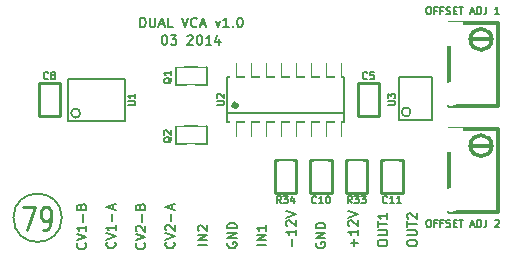
<source format=gto>
%FSLAX34Y34*%
G04 Gerber Fmt 3.4, Leading zero omitted, Abs format*
G04 (created by PCBNEW (2014-02-02 BZR 4653)-product) date 2014-03-02 10:39:36 PM*
%MOIN*%
G01*
G70*
G90*
G04 APERTURE LIST*
%ADD10C,0.005906*%
%ADD11C,0.007874*%
%ADD12C,0.009843*%
%ADD13C,0.006000*%
%ADD14C,0.005000*%
%ADD15C,0.015000*%
%ADD16C,0.002600*%
%ADD17C,0.008000*%
%ADD18C,0.010000*%
%ADD19C,0.011811*%
%ADD20R,0.011800X0.051200*%
%ADD21R,0.027600X0.039400*%
%ADD22R,0.023600X0.086600*%
%ADD23R,0.045000X0.032000*%
%ADD24C,0.078700*%
%ADD25R,0.078700X0.078700*%
G04 APERTURE END LIST*
G54D10*
G54D11*
X23248Y-47244D02*
G75*
G03X23248Y-47244I-807J0D01*
G74*
G01*
G54D12*
X21962Y-46871D02*
X22356Y-46871D01*
X22103Y-47659D01*
X22609Y-47659D02*
X22722Y-47659D01*
X22778Y-47621D01*
X22806Y-47584D01*
X22862Y-47471D01*
X22890Y-47321D01*
X22890Y-47021D01*
X22862Y-46946D01*
X22834Y-46909D01*
X22778Y-46871D01*
X22665Y-46871D01*
X22609Y-46909D01*
X22581Y-46946D01*
X22553Y-47021D01*
X22553Y-47209D01*
X22581Y-47284D01*
X22609Y-47321D01*
X22665Y-47359D01*
X22778Y-47359D01*
X22834Y-47321D01*
X22862Y-47284D01*
X22890Y-47209D01*
G54D13*
X31729Y-48078D02*
X31714Y-48108D01*
X31714Y-48154D01*
X31729Y-48200D01*
X31760Y-48230D01*
X31790Y-48246D01*
X31851Y-48261D01*
X31897Y-48261D01*
X31958Y-48246D01*
X31988Y-48230D01*
X32019Y-48200D01*
X32034Y-48154D01*
X32034Y-48124D01*
X32019Y-48078D01*
X32004Y-48063D01*
X31897Y-48063D01*
X31897Y-48124D01*
X32034Y-47926D02*
X31714Y-47926D01*
X32034Y-47743D01*
X31714Y-47743D01*
X32034Y-47590D02*
X31714Y-47590D01*
X31714Y-47514D01*
X31729Y-47468D01*
X31760Y-47438D01*
X31790Y-47423D01*
X31851Y-47407D01*
X31897Y-47407D01*
X31958Y-47423D01*
X31988Y-47438D01*
X32019Y-47468D01*
X32034Y-47514D01*
X32034Y-47590D01*
X28777Y-48078D02*
X28761Y-48108D01*
X28761Y-48154D01*
X28777Y-48200D01*
X28807Y-48230D01*
X28837Y-48246D01*
X28898Y-48261D01*
X28944Y-48261D01*
X29005Y-48246D01*
X29036Y-48230D01*
X29066Y-48200D01*
X29081Y-48154D01*
X29081Y-48124D01*
X29066Y-48078D01*
X29051Y-48063D01*
X28944Y-48063D01*
X28944Y-48124D01*
X29081Y-47926D02*
X28761Y-47926D01*
X29081Y-47743D01*
X28761Y-47743D01*
X29081Y-47590D02*
X28761Y-47590D01*
X28761Y-47514D01*
X28777Y-47468D01*
X28807Y-47438D01*
X28837Y-47423D01*
X28898Y-47407D01*
X28944Y-47407D01*
X29005Y-47423D01*
X29036Y-47438D01*
X29066Y-47468D01*
X29081Y-47514D01*
X29081Y-47590D01*
X30928Y-48201D02*
X30928Y-47957D01*
X31050Y-47637D02*
X31050Y-47820D01*
X31050Y-47729D02*
X30730Y-47729D01*
X30775Y-47759D01*
X30806Y-47790D01*
X30821Y-47820D01*
X30760Y-47515D02*
X30745Y-47500D01*
X30730Y-47470D01*
X30730Y-47393D01*
X30745Y-47363D01*
X30760Y-47348D01*
X30791Y-47333D01*
X30821Y-47333D01*
X30867Y-47348D01*
X31050Y-47531D01*
X31050Y-47333D01*
X30730Y-47241D02*
X31050Y-47134D01*
X30730Y-47028D01*
X32995Y-48201D02*
X32995Y-47957D01*
X33117Y-48079D02*
X32873Y-48079D01*
X33117Y-47637D02*
X33117Y-47820D01*
X33117Y-47729D02*
X32797Y-47729D01*
X32842Y-47759D01*
X32873Y-47790D01*
X32888Y-47820D01*
X32827Y-47515D02*
X32812Y-47500D01*
X32797Y-47470D01*
X32797Y-47393D01*
X32812Y-47363D01*
X32827Y-47348D01*
X32858Y-47333D01*
X32888Y-47333D01*
X32934Y-47348D01*
X33117Y-47531D01*
X33117Y-47333D01*
X32797Y-47241D02*
X33117Y-47134D01*
X32797Y-47028D01*
X33781Y-48110D02*
X33781Y-48049D01*
X33796Y-48018D01*
X33827Y-47988D01*
X33888Y-47973D01*
X33994Y-47973D01*
X34055Y-47988D01*
X34086Y-48018D01*
X34101Y-48049D01*
X34101Y-48110D01*
X34086Y-48140D01*
X34055Y-48171D01*
X33994Y-48186D01*
X33888Y-48186D01*
X33827Y-48171D01*
X33796Y-48140D01*
X33781Y-48110D01*
X33781Y-47835D02*
X34040Y-47835D01*
X34070Y-47820D01*
X34086Y-47805D01*
X34101Y-47774D01*
X34101Y-47713D01*
X34086Y-47683D01*
X34070Y-47668D01*
X34040Y-47653D01*
X33781Y-47653D01*
X33781Y-47546D02*
X33781Y-47363D01*
X34101Y-47454D02*
X33781Y-47454D01*
X34101Y-47089D02*
X34101Y-47272D01*
X34101Y-47180D02*
X33781Y-47180D01*
X33827Y-47211D01*
X33857Y-47241D01*
X33872Y-47272D01*
X34765Y-48110D02*
X34765Y-48049D01*
X34780Y-48018D01*
X34811Y-47988D01*
X34872Y-47973D01*
X34979Y-47973D01*
X35039Y-47988D01*
X35070Y-48018D01*
X35085Y-48049D01*
X35085Y-48110D01*
X35070Y-48140D01*
X35039Y-48171D01*
X34979Y-48186D01*
X34872Y-48186D01*
X34811Y-48171D01*
X34780Y-48140D01*
X34765Y-48110D01*
X34765Y-47835D02*
X35024Y-47835D01*
X35055Y-47820D01*
X35070Y-47805D01*
X35085Y-47774D01*
X35085Y-47713D01*
X35070Y-47683D01*
X35055Y-47668D01*
X35024Y-47653D01*
X34765Y-47653D01*
X34765Y-47546D02*
X34765Y-47363D01*
X35085Y-47454D02*
X34765Y-47454D01*
X34796Y-47272D02*
X34780Y-47256D01*
X34765Y-47226D01*
X34765Y-47150D01*
X34780Y-47119D01*
X34796Y-47104D01*
X34826Y-47089D01*
X34857Y-47089D01*
X34902Y-47104D01*
X35085Y-47287D01*
X35085Y-47089D01*
X30066Y-48154D02*
X29746Y-48154D01*
X30066Y-48002D02*
X29746Y-48002D01*
X30066Y-47819D01*
X29746Y-47819D01*
X30066Y-47499D02*
X30066Y-47682D01*
X30066Y-47590D02*
X29746Y-47590D01*
X29791Y-47621D01*
X29822Y-47651D01*
X29837Y-47682D01*
X28097Y-48154D02*
X27777Y-48154D01*
X28097Y-48002D02*
X27777Y-48002D01*
X28097Y-47819D01*
X27777Y-47819D01*
X27807Y-47682D02*
X27792Y-47667D01*
X27777Y-47636D01*
X27777Y-47560D01*
X27792Y-47529D01*
X27807Y-47514D01*
X27838Y-47499D01*
X27868Y-47499D01*
X27914Y-47514D01*
X28097Y-47697D01*
X28097Y-47499D01*
X26984Y-48065D02*
X26999Y-48080D01*
X27014Y-48126D01*
X27014Y-48156D01*
X26999Y-48202D01*
X26969Y-48232D01*
X26938Y-48247D01*
X26877Y-48263D01*
X26831Y-48263D01*
X26771Y-48247D01*
X26740Y-48232D01*
X26710Y-48202D01*
X26694Y-48156D01*
X26694Y-48126D01*
X26710Y-48080D01*
X26725Y-48065D01*
X26694Y-47973D02*
X27014Y-47866D01*
X26694Y-47760D01*
X26725Y-47668D02*
X26710Y-47653D01*
X26694Y-47623D01*
X26694Y-47546D01*
X26710Y-47516D01*
X26725Y-47501D01*
X26755Y-47486D01*
X26786Y-47486D01*
X26831Y-47501D01*
X27014Y-47684D01*
X27014Y-47486D01*
X26892Y-47348D02*
X26892Y-47105D01*
X26923Y-46967D02*
X26923Y-46815D01*
X27014Y-46998D02*
X26694Y-46891D01*
X27014Y-46785D01*
X26000Y-48087D02*
X26015Y-48103D01*
X26030Y-48148D01*
X26030Y-48179D01*
X26015Y-48225D01*
X25984Y-48255D01*
X25954Y-48270D01*
X25893Y-48286D01*
X25847Y-48286D01*
X25786Y-48270D01*
X25756Y-48255D01*
X25725Y-48225D01*
X25710Y-48179D01*
X25710Y-48148D01*
X25725Y-48103D01*
X25741Y-48087D01*
X25710Y-47996D02*
X26030Y-47889D01*
X25710Y-47783D01*
X25741Y-47691D02*
X25725Y-47676D01*
X25710Y-47646D01*
X25710Y-47569D01*
X25725Y-47539D01*
X25741Y-47524D01*
X25771Y-47508D01*
X25802Y-47508D01*
X25847Y-47524D01*
X26030Y-47706D01*
X26030Y-47508D01*
X25908Y-47371D02*
X25908Y-47127D01*
X25862Y-46868D02*
X25878Y-46823D01*
X25893Y-46807D01*
X25923Y-46792D01*
X25969Y-46792D01*
X26000Y-46807D01*
X26015Y-46823D01*
X26030Y-46853D01*
X26030Y-46975D01*
X25710Y-46975D01*
X25710Y-46868D01*
X25725Y-46838D01*
X25741Y-46823D01*
X25771Y-46807D01*
X25802Y-46807D01*
X25832Y-46823D01*
X25847Y-46838D01*
X25862Y-46868D01*
X25862Y-46975D01*
X25015Y-48065D02*
X25031Y-48080D01*
X25046Y-48126D01*
X25046Y-48156D01*
X25031Y-48202D01*
X25000Y-48232D01*
X24970Y-48247D01*
X24909Y-48263D01*
X24863Y-48263D01*
X24802Y-48247D01*
X24772Y-48232D01*
X24741Y-48202D01*
X24726Y-48156D01*
X24726Y-48126D01*
X24741Y-48080D01*
X24756Y-48065D01*
X24726Y-47973D02*
X25046Y-47866D01*
X24726Y-47760D01*
X25046Y-47486D02*
X25046Y-47668D01*
X25046Y-47577D02*
X24726Y-47577D01*
X24772Y-47607D01*
X24802Y-47638D01*
X24817Y-47668D01*
X24924Y-47348D02*
X24924Y-47105D01*
X24954Y-46967D02*
X24954Y-46815D01*
X25046Y-46998D02*
X24726Y-46891D01*
X25046Y-46785D01*
X24031Y-48087D02*
X24046Y-48103D01*
X24062Y-48148D01*
X24062Y-48179D01*
X24046Y-48225D01*
X24016Y-48255D01*
X23985Y-48270D01*
X23924Y-48286D01*
X23879Y-48286D01*
X23818Y-48270D01*
X23787Y-48255D01*
X23757Y-48225D01*
X23742Y-48179D01*
X23742Y-48148D01*
X23757Y-48103D01*
X23772Y-48087D01*
X23742Y-47996D02*
X24062Y-47889D01*
X23742Y-47783D01*
X24062Y-47508D02*
X24062Y-47691D01*
X24062Y-47600D02*
X23742Y-47600D01*
X23787Y-47630D01*
X23818Y-47661D01*
X23833Y-47691D01*
X23940Y-47371D02*
X23940Y-47127D01*
X23894Y-46868D02*
X23909Y-46823D01*
X23924Y-46807D01*
X23955Y-46792D01*
X24001Y-46792D01*
X24031Y-46807D01*
X24046Y-46823D01*
X24062Y-46853D01*
X24062Y-46975D01*
X23742Y-46975D01*
X23742Y-46868D01*
X23757Y-46838D01*
X23772Y-46823D01*
X23803Y-46807D01*
X23833Y-46807D01*
X23863Y-46823D01*
X23879Y-46838D01*
X23894Y-46868D01*
X23894Y-46975D01*
X26660Y-41163D02*
X26690Y-41163D01*
X26720Y-41178D01*
X26736Y-41193D01*
X26751Y-41224D01*
X26766Y-41285D01*
X26766Y-41361D01*
X26751Y-41422D01*
X26736Y-41452D01*
X26720Y-41468D01*
X26690Y-41483D01*
X26660Y-41483D01*
X26629Y-41468D01*
X26614Y-41452D01*
X26599Y-41422D01*
X26583Y-41361D01*
X26583Y-41285D01*
X26599Y-41224D01*
X26614Y-41193D01*
X26629Y-41178D01*
X26660Y-41163D01*
X26873Y-41163D02*
X27071Y-41163D01*
X26964Y-41285D01*
X27010Y-41285D01*
X27040Y-41300D01*
X27056Y-41315D01*
X27071Y-41346D01*
X27071Y-41422D01*
X27056Y-41452D01*
X27040Y-41468D01*
X27010Y-41483D01*
X26919Y-41483D01*
X26888Y-41468D01*
X26873Y-41452D01*
X27437Y-41193D02*
X27452Y-41178D01*
X27482Y-41163D01*
X27559Y-41163D01*
X27589Y-41178D01*
X27604Y-41193D01*
X27620Y-41224D01*
X27620Y-41254D01*
X27604Y-41300D01*
X27421Y-41483D01*
X27620Y-41483D01*
X27818Y-41163D02*
X27848Y-41163D01*
X27879Y-41178D01*
X27894Y-41193D01*
X27909Y-41224D01*
X27924Y-41285D01*
X27924Y-41361D01*
X27909Y-41422D01*
X27894Y-41452D01*
X27879Y-41468D01*
X27848Y-41483D01*
X27818Y-41483D01*
X27787Y-41468D01*
X27772Y-41452D01*
X27757Y-41422D01*
X27741Y-41361D01*
X27741Y-41285D01*
X27757Y-41224D01*
X27772Y-41193D01*
X27787Y-41178D01*
X27818Y-41163D01*
X28229Y-41483D02*
X28046Y-41483D01*
X28138Y-41483D02*
X28138Y-41163D01*
X28107Y-41209D01*
X28077Y-41239D01*
X28046Y-41254D01*
X28503Y-41270D02*
X28503Y-41483D01*
X28427Y-41148D02*
X28351Y-41376D01*
X28549Y-41376D01*
X25860Y-40892D02*
X25860Y-40572D01*
X25936Y-40572D01*
X25981Y-40588D01*
X26012Y-40618D01*
X26027Y-40648D01*
X26042Y-40709D01*
X26042Y-40755D01*
X26027Y-40816D01*
X26012Y-40847D01*
X25981Y-40877D01*
X25936Y-40892D01*
X25860Y-40892D01*
X26180Y-40572D02*
X26180Y-40831D01*
X26195Y-40862D01*
X26210Y-40877D01*
X26240Y-40892D01*
X26301Y-40892D01*
X26332Y-40877D01*
X26347Y-40862D01*
X26362Y-40831D01*
X26362Y-40572D01*
X26500Y-40801D02*
X26652Y-40801D01*
X26469Y-40892D02*
X26576Y-40572D01*
X26682Y-40892D01*
X26941Y-40892D02*
X26789Y-40892D01*
X26789Y-40572D01*
X27246Y-40572D02*
X27353Y-40892D01*
X27460Y-40572D01*
X27749Y-40862D02*
X27734Y-40877D01*
X27688Y-40892D01*
X27658Y-40892D01*
X27612Y-40877D01*
X27581Y-40847D01*
X27566Y-40816D01*
X27551Y-40755D01*
X27551Y-40709D01*
X27566Y-40648D01*
X27581Y-40618D01*
X27612Y-40588D01*
X27658Y-40572D01*
X27688Y-40572D01*
X27734Y-40588D01*
X27749Y-40603D01*
X27871Y-40801D02*
X28023Y-40801D01*
X27840Y-40892D02*
X27947Y-40572D01*
X28054Y-40892D01*
X28374Y-40679D02*
X28450Y-40892D01*
X28526Y-40679D01*
X28816Y-40892D02*
X28633Y-40892D01*
X28724Y-40892D02*
X28724Y-40572D01*
X28694Y-40618D01*
X28663Y-40648D01*
X28633Y-40664D01*
X28953Y-40862D02*
X28968Y-40877D01*
X28953Y-40892D01*
X28938Y-40877D01*
X28953Y-40862D01*
X28953Y-40892D01*
X29166Y-40572D02*
X29197Y-40572D01*
X29227Y-40588D01*
X29242Y-40603D01*
X29258Y-40633D01*
X29273Y-40694D01*
X29273Y-40770D01*
X29258Y-40831D01*
X29242Y-40862D01*
X29227Y-40877D01*
X29197Y-40892D01*
X29166Y-40892D01*
X29136Y-40877D01*
X29120Y-40862D01*
X29105Y-40831D01*
X29090Y-40770D01*
X29090Y-40694D01*
X29105Y-40633D01*
X29120Y-40603D01*
X29136Y-40588D01*
X29166Y-40572D01*
X35459Y-47309D02*
X35505Y-47309D01*
X35528Y-47320D01*
X35551Y-47343D01*
X35562Y-47389D01*
X35562Y-47469D01*
X35551Y-47515D01*
X35528Y-47538D01*
X35505Y-47549D01*
X35459Y-47549D01*
X35437Y-47538D01*
X35414Y-47515D01*
X35402Y-47469D01*
X35402Y-47389D01*
X35414Y-47343D01*
X35437Y-47320D01*
X35459Y-47309D01*
X35745Y-47423D02*
X35665Y-47423D01*
X35665Y-47549D02*
X35665Y-47309D01*
X35779Y-47309D01*
X35951Y-47423D02*
X35871Y-47423D01*
X35871Y-47549D02*
X35871Y-47309D01*
X35985Y-47309D01*
X36065Y-47538D02*
X36099Y-47549D01*
X36157Y-47549D01*
X36179Y-47538D01*
X36191Y-47526D01*
X36202Y-47503D01*
X36202Y-47480D01*
X36191Y-47458D01*
X36179Y-47446D01*
X36157Y-47435D01*
X36111Y-47423D01*
X36088Y-47412D01*
X36077Y-47400D01*
X36065Y-47378D01*
X36065Y-47355D01*
X36077Y-47332D01*
X36088Y-47320D01*
X36111Y-47309D01*
X36168Y-47309D01*
X36202Y-47320D01*
X36305Y-47423D02*
X36385Y-47423D01*
X36419Y-47549D02*
X36305Y-47549D01*
X36305Y-47309D01*
X36419Y-47309D01*
X36488Y-47309D02*
X36625Y-47309D01*
X36557Y-47549D02*
X36557Y-47309D01*
X36877Y-47480D02*
X36991Y-47480D01*
X36854Y-47549D02*
X36934Y-47309D01*
X37014Y-47549D01*
X37094Y-47549D02*
X37094Y-47309D01*
X37151Y-47309D01*
X37185Y-47320D01*
X37208Y-47343D01*
X37219Y-47366D01*
X37231Y-47412D01*
X37231Y-47446D01*
X37219Y-47492D01*
X37208Y-47515D01*
X37185Y-47538D01*
X37151Y-47549D01*
X37094Y-47549D01*
X37402Y-47309D02*
X37402Y-47480D01*
X37391Y-47515D01*
X37368Y-47538D01*
X37334Y-47549D01*
X37311Y-47549D01*
X37688Y-47332D02*
X37699Y-47320D01*
X37722Y-47309D01*
X37779Y-47309D01*
X37802Y-47320D01*
X37814Y-47332D01*
X37825Y-47355D01*
X37825Y-47378D01*
X37814Y-47412D01*
X37677Y-47549D01*
X37825Y-47549D01*
X35459Y-40222D02*
X35505Y-40222D01*
X35528Y-40234D01*
X35551Y-40257D01*
X35562Y-40302D01*
X35562Y-40382D01*
X35551Y-40428D01*
X35528Y-40451D01*
X35505Y-40462D01*
X35459Y-40462D01*
X35437Y-40451D01*
X35414Y-40428D01*
X35402Y-40382D01*
X35402Y-40302D01*
X35414Y-40257D01*
X35437Y-40234D01*
X35459Y-40222D01*
X35745Y-40337D02*
X35665Y-40337D01*
X35665Y-40462D02*
X35665Y-40222D01*
X35779Y-40222D01*
X35951Y-40337D02*
X35871Y-40337D01*
X35871Y-40462D02*
X35871Y-40222D01*
X35985Y-40222D01*
X36065Y-40451D02*
X36099Y-40462D01*
X36157Y-40462D01*
X36179Y-40451D01*
X36191Y-40440D01*
X36202Y-40417D01*
X36202Y-40394D01*
X36191Y-40371D01*
X36179Y-40360D01*
X36157Y-40348D01*
X36111Y-40337D01*
X36088Y-40325D01*
X36077Y-40314D01*
X36065Y-40291D01*
X36065Y-40268D01*
X36077Y-40245D01*
X36088Y-40234D01*
X36111Y-40222D01*
X36168Y-40222D01*
X36202Y-40234D01*
X36305Y-40337D02*
X36385Y-40337D01*
X36419Y-40462D02*
X36305Y-40462D01*
X36305Y-40222D01*
X36419Y-40222D01*
X36488Y-40222D02*
X36625Y-40222D01*
X36557Y-40462D02*
X36557Y-40222D01*
X36877Y-40394D02*
X36991Y-40394D01*
X36854Y-40462D02*
X36934Y-40222D01*
X37014Y-40462D01*
X37094Y-40462D02*
X37094Y-40222D01*
X37151Y-40222D01*
X37185Y-40234D01*
X37208Y-40257D01*
X37219Y-40280D01*
X37231Y-40325D01*
X37231Y-40360D01*
X37219Y-40405D01*
X37208Y-40428D01*
X37185Y-40451D01*
X37151Y-40462D01*
X37094Y-40462D01*
X37402Y-40222D02*
X37402Y-40394D01*
X37391Y-40428D01*
X37368Y-40451D01*
X37334Y-40462D01*
X37311Y-40462D01*
X37825Y-40462D02*
X37688Y-40462D01*
X37757Y-40462D02*
X37757Y-40222D01*
X37734Y-40257D01*
X37711Y-40280D01*
X37688Y-40291D01*
G54D11*
X34476Y-42559D02*
X35602Y-42559D01*
X35602Y-42559D02*
X35602Y-43976D01*
X35602Y-43976D02*
X34476Y-43976D01*
X34473Y-43967D02*
X34473Y-42567D01*
X34873Y-43717D02*
G75*
G03X34873Y-43717I-150J0D01*
G74*
G01*
G54D14*
X27059Y-44188D02*
X28084Y-44188D01*
X28084Y-44188D02*
X28084Y-44788D01*
X28084Y-44788D02*
X27059Y-44788D01*
X27059Y-44788D02*
X27059Y-44188D01*
X27059Y-42219D02*
X28084Y-42219D01*
X28084Y-42219D02*
X28084Y-42819D01*
X28084Y-42819D02*
X27059Y-42819D01*
X27059Y-42819D02*
X27059Y-42219D01*
G54D15*
X29071Y-43503D02*
G75*
G03X29071Y-43503I-55J0D01*
G74*
G01*
G54D16*
X28862Y-44527D02*
X29055Y-44527D01*
X29055Y-44527D02*
X29055Y-44094D01*
X28862Y-44094D02*
X29055Y-44094D01*
X28862Y-44527D02*
X28862Y-44094D01*
X29362Y-44527D02*
X29555Y-44527D01*
X29555Y-44527D02*
X29555Y-44094D01*
X29362Y-44094D02*
X29555Y-44094D01*
X29362Y-44527D02*
X29362Y-44094D01*
X29862Y-44527D02*
X30055Y-44527D01*
X30055Y-44527D02*
X30055Y-44094D01*
X29862Y-44094D02*
X30055Y-44094D01*
X29862Y-44527D02*
X29862Y-44094D01*
X30362Y-44527D02*
X30555Y-44527D01*
X30555Y-44527D02*
X30555Y-44094D01*
X30362Y-44094D02*
X30555Y-44094D01*
X30362Y-44527D02*
X30362Y-44094D01*
X31361Y-42520D02*
X31554Y-42520D01*
X31554Y-42520D02*
X31554Y-42087D01*
X31361Y-42087D02*
X31554Y-42087D01*
X31361Y-42520D02*
X31361Y-42087D01*
X30861Y-42520D02*
X31054Y-42520D01*
X31054Y-42520D02*
X31054Y-42087D01*
X30861Y-42087D02*
X31054Y-42087D01*
X30861Y-42520D02*
X30861Y-42087D01*
X30362Y-42520D02*
X30555Y-42520D01*
X30555Y-42520D02*
X30555Y-42087D01*
X30362Y-42087D02*
X30555Y-42087D01*
X30362Y-42520D02*
X30362Y-42087D01*
X29862Y-42520D02*
X30055Y-42520D01*
X30055Y-42520D02*
X30055Y-42087D01*
X29862Y-42087D02*
X30055Y-42087D01*
X29862Y-42520D02*
X29862Y-42087D01*
X30861Y-44527D02*
X31054Y-44527D01*
X31054Y-44527D02*
X31054Y-44094D01*
X30861Y-44094D02*
X31054Y-44094D01*
X30861Y-44527D02*
X30861Y-44094D01*
X31361Y-44527D02*
X31554Y-44527D01*
X31554Y-44527D02*
X31554Y-44094D01*
X31361Y-44094D02*
X31554Y-44094D01*
X31361Y-44527D02*
X31361Y-44094D01*
X31861Y-44527D02*
X32054Y-44527D01*
X32054Y-44527D02*
X32054Y-44094D01*
X31861Y-44094D02*
X32054Y-44094D01*
X31861Y-44527D02*
X31861Y-44094D01*
X32361Y-44527D02*
X32554Y-44527D01*
X32554Y-44527D02*
X32554Y-44094D01*
X32361Y-44094D02*
X32554Y-44094D01*
X32361Y-44527D02*
X32361Y-44094D01*
X32361Y-42520D02*
X32554Y-42520D01*
X32554Y-42520D02*
X32554Y-42087D01*
X32361Y-42087D02*
X32554Y-42087D01*
X32361Y-42520D02*
X32361Y-42087D01*
X31861Y-42520D02*
X32054Y-42520D01*
X32054Y-42520D02*
X32054Y-42087D01*
X31861Y-42087D02*
X32054Y-42087D01*
X31861Y-42520D02*
X31861Y-42087D01*
X29362Y-42520D02*
X29555Y-42520D01*
X29555Y-42520D02*
X29555Y-42087D01*
X29362Y-42087D02*
X29555Y-42087D01*
X29362Y-42520D02*
X29362Y-42087D01*
X28862Y-42520D02*
X29055Y-42520D01*
X29055Y-42520D02*
X29055Y-42087D01*
X28862Y-42087D02*
X29055Y-42087D01*
X28862Y-42520D02*
X28862Y-42087D01*
G54D17*
X32652Y-44055D02*
X28764Y-44055D01*
X28764Y-44055D02*
X28764Y-43858D01*
X28764Y-43858D02*
X28764Y-42559D01*
X28764Y-42559D02*
X32652Y-42559D01*
X32652Y-43759D02*
X28764Y-43759D01*
X32652Y-42559D02*
X32652Y-43858D01*
X32652Y-43858D02*
X32652Y-44055D01*
G54D18*
X33110Y-42755D02*
X33110Y-43858D01*
X33110Y-43858D02*
X33818Y-43858D01*
X33818Y-43858D02*
X33818Y-42755D01*
X33818Y-42755D02*
X33110Y-42755D01*
X32244Y-46417D02*
X32244Y-45314D01*
X32244Y-45314D02*
X31535Y-45314D01*
X31535Y-45314D02*
X31535Y-46417D01*
X31535Y-46417D02*
X32244Y-46417D01*
X33897Y-45314D02*
X33897Y-46417D01*
X33897Y-46417D02*
X34606Y-46417D01*
X34606Y-46417D02*
X34606Y-45314D01*
X34606Y-45314D02*
X33897Y-45314D01*
X32716Y-45314D02*
X32716Y-46417D01*
X32716Y-46417D02*
X33425Y-46417D01*
X33425Y-46417D02*
X33425Y-45314D01*
X33425Y-45314D02*
X32716Y-45314D01*
X30354Y-45314D02*
X30354Y-46417D01*
X30354Y-46417D02*
X31062Y-46417D01*
X31062Y-46417D02*
X31062Y-45314D01*
X31062Y-45314D02*
X30354Y-45314D01*
X23188Y-43858D02*
X23188Y-42755D01*
X23188Y-42755D02*
X22480Y-42755D01*
X22480Y-42755D02*
X22480Y-43858D01*
X22480Y-43858D02*
X23188Y-43858D01*
G54D19*
X37578Y-41299D02*
X36870Y-41299D01*
X37578Y-41299D02*
G75*
G03X37578Y-41299I-354J0D01*
G74*
G01*
X37795Y-43503D02*
X37795Y-40748D01*
X37795Y-40748D02*
X36141Y-40748D01*
X36141Y-43503D02*
X37795Y-43503D01*
X36141Y-43503D02*
X36141Y-40748D01*
X37578Y-44842D02*
X36870Y-44842D01*
X37578Y-44842D02*
G75*
G03X37578Y-44842I-354J0D01*
G74*
G01*
X37795Y-47047D02*
X37795Y-44291D01*
X37795Y-44291D02*
X36141Y-44291D01*
X36141Y-47047D02*
X37795Y-47047D01*
X36141Y-47047D02*
X36141Y-44291D01*
G54D17*
X23459Y-42607D02*
X25359Y-42607D01*
X25359Y-42607D02*
X25359Y-44007D01*
X25359Y-44007D02*
X23459Y-44007D01*
X23459Y-44007D02*
X23459Y-42607D01*
X23859Y-43757D02*
G75*
G03X23859Y-43757I-149J0D01*
G74*
G01*
G54D13*
X34120Y-43489D02*
X34314Y-43489D01*
X34337Y-43478D01*
X34349Y-43467D01*
X34360Y-43444D01*
X34360Y-43398D01*
X34349Y-43375D01*
X34337Y-43364D01*
X34314Y-43352D01*
X34120Y-43352D01*
X34120Y-43261D02*
X34120Y-43112D01*
X34211Y-43192D01*
X34211Y-43158D01*
X34223Y-43135D01*
X34234Y-43124D01*
X34257Y-43112D01*
X34314Y-43112D01*
X34337Y-43124D01*
X34349Y-43135D01*
X34360Y-43158D01*
X34360Y-43227D01*
X34349Y-43249D01*
X34337Y-43261D01*
X26903Y-44550D02*
X26892Y-44572D01*
X26869Y-44595D01*
X26834Y-44630D01*
X26823Y-44652D01*
X26823Y-44675D01*
X26880Y-44664D02*
X26869Y-44687D01*
X26846Y-44710D01*
X26800Y-44721D01*
X26720Y-44721D01*
X26674Y-44710D01*
X26652Y-44687D01*
X26640Y-44664D01*
X26640Y-44618D01*
X26652Y-44595D01*
X26674Y-44572D01*
X26720Y-44561D01*
X26800Y-44561D01*
X26846Y-44572D01*
X26869Y-44595D01*
X26880Y-44618D01*
X26880Y-44664D01*
X26663Y-44470D02*
X26652Y-44458D01*
X26640Y-44435D01*
X26640Y-44378D01*
X26652Y-44355D01*
X26663Y-44344D01*
X26686Y-44332D01*
X26709Y-44332D01*
X26743Y-44344D01*
X26880Y-44481D01*
X26880Y-44332D01*
X26903Y-42581D02*
X26892Y-42604D01*
X26869Y-42627D01*
X26834Y-42661D01*
X26823Y-42684D01*
X26823Y-42707D01*
X26880Y-42695D02*
X26869Y-42718D01*
X26846Y-42741D01*
X26800Y-42752D01*
X26720Y-42752D01*
X26674Y-42741D01*
X26652Y-42718D01*
X26640Y-42695D01*
X26640Y-42650D01*
X26652Y-42627D01*
X26674Y-42604D01*
X26720Y-42592D01*
X26800Y-42592D01*
X26846Y-42604D01*
X26869Y-42627D01*
X26880Y-42650D01*
X26880Y-42695D01*
X26880Y-42364D02*
X26880Y-42501D01*
X26880Y-42432D02*
X26640Y-42432D01*
X26674Y-42455D01*
X26697Y-42478D01*
X26709Y-42501D01*
X28411Y-43489D02*
X28606Y-43489D01*
X28629Y-43478D01*
X28640Y-43467D01*
X28651Y-43444D01*
X28651Y-43398D01*
X28640Y-43375D01*
X28629Y-43364D01*
X28606Y-43352D01*
X28411Y-43352D01*
X28434Y-43249D02*
X28423Y-43238D01*
X28411Y-43215D01*
X28411Y-43158D01*
X28423Y-43135D01*
X28434Y-43124D01*
X28457Y-43112D01*
X28480Y-43112D01*
X28514Y-43124D01*
X28651Y-43261D01*
X28651Y-43112D01*
X33424Y-42605D02*
X33413Y-42616D01*
X33378Y-42628D01*
X33355Y-42628D01*
X33321Y-42616D01*
X33298Y-42593D01*
X33287Y-42571D01*
X33275Y-42525D01*
X33275Y-42491D01*
X33287Y-42445D01*
X33298Y-42422D01*
X33321Y-42399D01*
X33355Y-42388D01*
X33378Y-42388D01*
X33413Y-42399D01*
X33424Y-42411D01*
X33641Y-42388D02*
X33527Y-42388D01*
X33515Y-42502D01*
X33527Y-42491D01*
X33550Y-42479D01*
X33607Y-42479D01*
X33630Y-42491D01*
X33641Y-42502D01*
X33653Y-42525D01*
X33653Y-42582D01*
X33641Y-42605D01*
X33630Y-42616D01*
X33607Y-42628D01*
X33550Y-42628D01*
X33527Y-42616D01*
X33515Y-42605D01*
X31735Y-46739D02*
X31724Y-46750D01*
X31689Y-46762D01*
X31666Y-46762D01*
X31632Y-46750D01*
X31609Y-46727D01*
X31598Y-46704D01*
X31586Y-46659D01*
X31586Y-46624D01*
X31598Y-46579D01*
X31609Y-46556D01*
X31632Y-46533D01*
X31666Y-46522D01*
X31689Y-46522D01*
X31724Y-46533D01*
X31735Y-46544D01*
X31964Y-46762D02*
X31826Y-46762D01*
X31895Y-46762D02*
X31895Y-46522D01*
X31872Y-46556D01*
X31849Y-46579D01*
X31826Y-46590D01*
X32112Y-46522D02*
X32135Y-46522D01*
X32158Y-46533D01*
X32169Y-46544D01*
X32181Y-46567D01*
X32192Y-46613D01*
X32192Y-46670D01*
X32181Y-46716D01*
X32169Y-46739D01*
X32158Y-46750D01*
X32135Y-46762D01*
X32112Y-46762D01*
X32089Y-46750D01*
X32078Y-46739D01*
X32066Y-46716D01*
X32055Y-46670D01*
X32055Y-46613D01*
X32066Y-46567D01*
X32078Y-46544D01*
X32089Y-46533D01*
X32112Y-46522D01*
X34097Y-46739D02*
X34086Y-46750D01*
X34051Y-46762D01*
X34029Y-46762D01*
X33994Y-46750D01*
X33971Y-46727D01*
X33960Y-46704D01*
X33949Y-46659D01*
X33949Y-46624D01*
X33960Y-46579D01*
X33971Y-46556D01*
X33994Y-46533D01*
X34029Y-46522D01*
X34051Y-46522D01*
X34086Y-46533D01*
X34097Y-46544D01*
X34326Y-46762D02*
X34189Y-46762D01*
X34257Y-46762D02*
X34257Y-46522D01*
X34234Y-46556D01*
X34211Y-46579D01*
X34189Y-46590D01*
X34554Y-46762D02*
X34417Y-46762D01*
X34486Y-46762D02*
X34486Y-46522D01*
X34463Y-46556D01*
X34440Y-46579D01*
X34417Y-46590D01*
X32916Y-46762D02*
X32836Y-46647D01*
X32779Y-46762D02*
X32779Y-46522D01*
X32870Y-46522D01*
X32893Y-46533D01*
X32905Y-46544D01*
X32916Y-46567D01*
X32916Y-46602D01*
X32905Y-46624D01*
X32893Y-46636D01*
X32870Y-46647D01*
X32779Y-46647D01*
X32996Y-46522D02*
X33145Y-46522D01*
X33065Y-46613D01*
X33099Y-46613D01*
X33122Y-46624D01*
X33133Y-46636D01*
X33145Y-46659D01*
X33145Y-46716D01*
X33133Y-46739D01*
X33122Y-46750D01*
X33099Y-46762D01*
X33030Y-46762D01*
X33008Y-46750D01*
X32996Y-46739D01*
X33225Y-46522D02*
X33373Y-46522D01*
X33293Y-46613D01*
X33328Y-46613D01*
X33350Y-46624D01*
X33362Y-46636D01*
X33373Y-46659D01*
X33373Y-46716D01*
X33362Y-46739D01*
X33350Y-46750D01*
X33328Y-46762D01*
X33259Y-46762D01*
X33236Y-46750D01*
X33225Y-46739D01*
X30554Y-46762D02*
X30474Y-46647D01*
X30417Y-46762D02*
X30417Y-46522D01*
X30508Y-46522D01*
X30531Y-46533D01*
X30542Y-46544D01*
X30554Y-46567D01*
X30554Y-46602D01*
X30542Y-46624D01*
X30531Y-46636D01*
X30508Y-46647D01*
X30417Y-46647D01*
X30634Y-46522D02*
X30782Y-46522D01*
X30702Y-46613D01*
X30737Y-46613D01*
X30760Y-46624D01*
X30771Y-46636D01*
X30782Y-46659D01*
X30782Y-46716D01*
X30771Y-46739D01*
X30760Y-46750D01*
X30737Y-46762D01*
X30668Y-46762D01*
X30645Y-46750D01*
X30634Y-46739D01*
X30988Y-46602D02*
X30988Y-46762D01*
X30931Y-46510D02*
X30874Y-46682D01*
X31022Y-46682D01*
X22794Y-42605D02*
X22783Y-42616D01*
X22748Y-42628D01*
X22726Y-42628D01*
X22691Y-42616D01*
X22668Y-42593D01*
X22657Y-42571D01*
X22646Y-42525D01*
X22646Y-42491D01*
X22657Y-42445D01*
X22668Y-42422D01*
X22691Y-42399D01*
X22726Y-42388D01*
X22748Y-42388D01*
X22783Y-42399D01*
X22794Y-42411D01*
X22931Y-42491D02*
X22908Y-42479D01*
X22897Y-42468D01*
X22886Y-42445D01*
X22886Y-42433D01*
X22897Y-42411D01*
X22908Y-42399D01*
X22931Y-42388D01*
X22977Y-42388D01*
X23000Y-42399D01*
X23011Y-42411D01*
X23023Y-42433D01*
X23023Y-42445D01*
X23011Y-42468D01*
X23000Y-42479D01*
X22977Y-42491D01*
X22931Y-42491D01*
X22908Y-42502D01*
X22897Y-42513D01*
X22886Y-42536D01*
X22886Y-42582D01*
X22897Y-42605D01*
X22908Y-42616D01*
X22931Y-42628D01*
X22977Y-42628D01*
X23000Y-42616D01*
X23011Y-42605D01*
X23023Y-42582D01*
X23023Y-42536D01*
X23011Y-42513D01*
X23000Y-42502D01*
X22977Y-42491D01*
X25459Y-43489D02*
X25653Y-43489D01*
X25676Y-43478D01*
X25687Y-43467D01*
X25699Y-43444D01*
X25699Y-43398D01*
X25687Y-43375D01*
X25676Y-43364D01*
X25653Y-43352D01*
X25459Y-43352D01*
X25699Y-43112D02*
X25699Y-43249D01*
X25699Y-43181D02*
X25459Y-43181D01*
X25493Y-43204D01*
X25516Y-43227D01*
X25527Y-43249D01*
%LPC*%
G54D20*
X34663Y-44367D03*
X34913Y-44367D03*
X35173Y-44367D03*
X35423Y-44367D03*
X35423Y-42167D03*
X35168Y-42167D03*
X34913Y-42167D03*
X34658Y-42167D03*
G54D21*
X27559Y-44988D03*
X27184Y-43988D03*
X27934Y-43988D03*
X27559Y-43019D03*
X27184Y-42019D03*
X27934Y-42019D03*
G54D22*
X28958Y-44330D03*
X29458Y-44330D03*
X29958Y-44330D03*
X30458Y-44330D03*
X30958Y-44330D03*
X31458Y-44330D03*
X31958Y-44330D03*
X32458Y-44330D03*
X32458Y-42284D03*
X31958Y-42284D03*
X31458Y-42284D03*
X30958Y-42284D03*
X30458Y-42284D03*
X29958Y-42284D03*
X29458Y-42284D03*
X28958Y-42284D03*
G54D23*
X33464Y-42972D03*
X33464Y-43642D03*
X31889Y-46201D03*
X31889Y-45531D03*
X34251Y-45531D03*
X34251Y-46201D03*
X33070Y-45531D03*
X33070Y-46201D03*
X30708Y-45531D03*
X30708Y-46201D03*
X22834Y-43642D03*
X22834Y-42972D03*
G54D24*
X37220Y-42125D03*
X36220Y-43125D03*
G54D25*
X36220Y-41125D03*
G54D24*
X37220Y-45669D03*
X36220Y-46669D03*
G54D25*
X36220Y-44669D03*
G54D20*
X23649Y-44407D03*
X23899Y-44407D03*
X24159Y-44407D03*
X24409Y-44407D03*
X24669Y-44407D03*
X24924Y-44407D03*
X25179Y-44407D03*
X25179Y-42207D03*
X24924Y-42207D03*
X24669Y-42207D03*
X24409Y-42207D03*
X24154Y-42207D03*
X23899Y-42207D03*
X23644Y-42207D03*
M02*

</source>
